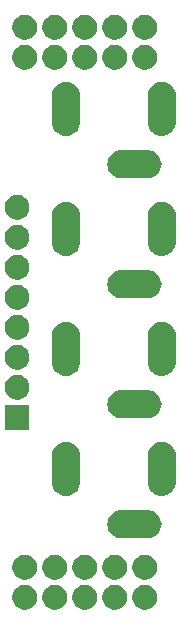
<source format=gbr>
G04 #@! TF.GenerationSoftware,KiCad,Pcbnew,(5.1.5)-3*
G04 #@! TF.CreationDate,2020-03-15T11:33:57-07:00*
G04 #@! TF.ProjectId,bbf-eurojacks_v1,6262662d-6575-4726-9f6a-61636b735f76,rev?*
G04 #@! TF.SameCoordinates,Original*
G04 #@! TF.FileFunction,Soldermask,Top*
G04 #@! TF.FilePolarity,Negative*
%FSLAX46Y46*%
G04 Gerber Fmt 4.6, Leading zero omitted, Abs format (unit mm)*
G04 Created by KiCad (PCBNEW (5.1.5)-3) date 2020-03-15 11:33:57*
%MOMM*%
%LPD*%
G04 APERTURE LIST*
%ADD10C,0.100000*%
G04 APERTURE END LIST*
D10*
G36*
X153884865Y-128127220D02*
G01*
X154074388Y-128205723D01*
X154244954Y-128319692D01*
X154390008Y-128464746D01*
X154503977Y-128635312D01*
X154582480Y-128824835D01*
X154622500Y-129026031D01*
X154622500Y-129231169D01*
X154582480Y-129432365D01*
X154503977Y-129621888D01*
X154390008Y-129792454D01*
X154244954Y-129937508D01*
X154074388Y-130051477D01*
X154074387Y-130051478D01*
X154074386Y-130051478D01*
X153884865Y-130129980D01*
X153683670Y-130170000D01*
X153478530Y-130170000D01*
X153277335Y-130129980D01*
X153087814Y-130051478D01*
X153087813Y-130051478D01*
X153087812Y-130051477D01*
X152917246Y-129937508D01*
X152772192Y-129792454D01*
X152658223Y-129621888D01*
X152579720Y-129432365D01*
X152539700Y-129231169D01*
X152539700Y-129026031D01*
X152579720Y-128824835D01*
X152658223Y-128635312D01*
X152772192Y-128464746D01*
X152917246Y-128319692D01*
X153087812Y-128205723D01*
X153277335Y-128127220D01*
X153478530Y-128087200D01*
X153683670Y-128087200D01*
X153884865Y-128127220D01*
G37*
G36*
X151344865Y-128127220D02*
G01*
X151534388Y-128205723D01*
X151704954Y-128319692D01*
X151850008Y-128464746D01*
X151963977Y-128635312D01*
X152042480Y-128824835D01*
X152082500Y-129026031D01*
X152082500Y-129231169D01*
X152042480Y-129432365D01*
X151963977Y-129621888D01*
X151850008Y-129792454D01*
X151704954Y-129937508D01*
X151534388Y-130051477D01*
X151534387Y-130051478D01*
X151534386Y-130051478D01*
X151344865Y-130129980D01*
X151143670Y-130170000D01*
X150938530Y-130170000D01*
X150737335Y-130129980D01*
X150547814Y-130051478D01*
X150547813Y-130051478D01*
X150547812Y-130051477D01*
X150377246Y-129937508D01*
X150232192Y-129792454D01*
X150118223Y-129621888D01*
X150039720Y-129432365D01*
X149999700Y-129231169D01*
X149999700Y-129026031D01*
X150039720Y-128824835D01*
X150118223Y-128635312D01*
X150232192Y-128464746D01*
X150377246Y-128319692D01*
X150547812Y-128205723D01*
X150737335Y-128127220D01*
X150938530Y-128087200D01*
X151143670Y-128087200D01*
X151344865Y-128127220D01*
G37*
G36*
X143724865Y-128127220D02*
G01*
X143914388Y-128205723D01*
X144084954Y-128319692D01*
X144230008Y-128464746D01*
X144343977Y-128635312D01*
X144422480Y-128824835D01*
X144462500Y-129026031D01*
X144462500Y-129231169D01*
X144422480Y-129432365D01*
X144343977Y-129621888D01*
X144230008Y-129792454D01*
X144084954Y-129937508D01*
X143914388Y-130051477D01*
X143914387Y-130051478D01*
X143914386Y-130051478D01*
X143724865Y-130129980D01*
X143523670Y-130170000D01*
X143318530Y-130170000D01*
X143117335Y-130129980D01*
X142927814Y-130051478D01*
X142927813Y-130051478D01*
X142927812Y-130051477D01*
X142757246Y-129937508D01*
X142612192Y-129792454D01*
X142498223Y-129621888D01*
X142419720Y-129432365D01*
X142379700Y-129231169D01*
X142379700Y-129026031D01*
X142419720Y-128824835D01*
X142498223Y-128635312D01*
X142612192Y-128464746D01*
X142757246Y-128319692D01*
X142927812Y-128205723D01*
X143117335Y-128127220D01*
X143318530Y-128087200D01*
X143523670Y-128087200D01*
X143724865Y-128127220D01*
G37*
G36*
X148804865Y-128127220D02*
G01*
X148994388Y-128205723D01*
X149164954Y-128319692D01*
X149310008Y-128464746D01*
X149423977Y-128635312D01*
X149502480Y-128824835D01*
X149542500Y-129026031D01*
X149542500Y-129231169D01*
X149502480Y-129432365D01*
X149423977Y-129621888D01*
X149310008Y-129792454D01*
X149164954Y-129937508D01*
X148994388Y-130051477D01*
X148994387Y-130051478D01*
X148994386Y-130051478D01*
X148804865Y-130129980D01*
X148603670Y-130170000D01*
X148398530Y-130170000D01*
X148197335Y-130129980D01*
X148007814Y-130051478D01*
X148007813Y-130051478D01*
X148007812Y-130051477D01*
X147837246Y-129937508D01*
X147692192Y-129792454D01*
X147578223Y-129621888D01*
X147499720Y-129432365D01*
X147459700Y-129231169D01*
X147459700Y-129026031D01*
X147499720Y-128824835D01*
X147578223Y-128635312D01*
X147692192Y-128464746D01*
X147837246Y-128319692D01*
X148007812Y-128205723D01*
X148197335Y-128127220D01*
X148398530Y-128087200D01*
X148603670Y-128087200D01*
X148804865Y-128127220D01*
G37*
G36*
X146264865Y-128127220D02*
G01*
X146454388Y-128205723D01*
X146624954Y-128319692D01*
X146770008Y-128464746D01*
X146883977Y-128635312D01*
X146962480Y-128824835D01*
X147002500Y-129026031D01*
X147002500Y-129231169D01*
X146962480Y-129432365D01*
X146883977Y-129621888D01*
X146770008Y-129792454D01*
X146624954Y-129937508D01*
X146454388Y-130051477D01*
X146454387Y-130051478D01*
X146454386Y-130051478D01*
X146264865Y-130129980D01*
X146063670Y-130170000D01*
X145858530Y-130170000D01*
X145657335Y-130129980D01*
X145467814Y-130051478D01*
X145467813Y-130051478D01*
X145467812Y-130051477D01*
X145297246Y-129937508D01*
X145152192Y-129792454D01*
X145038223Y-129621888D01*
X144959720Y-129432365D01*
X144919700Y-129231169D01*
X144919700Y-129026031D01*
X144959720Y-128824835D01*
X145038223Y-128635312D01*
X145152192Y-128464746D01*
X145297246Y-128319692D01*
X145467812Y-128205723D01*
X145657335Y-128127220D01*
X145858530Y-128087200D01*
X146063670Y-128087200D01*
X146264865Y-128127220D01*
G37*
G36*
X146264865Y-125587220D02*
G01*
X146454388Y-125665723D01*
X146624954Y-125779692D01*
X146770008Y-125924746D01*
X146883977Y-126095312D01*
X146962480Y-126284835D01*
X147002500Y-126486031D01*
X147002500Y-126691169D01*
X146962480Y-126892365D01*
X146883977Y-127081888D01*
X146770008Y-127252454D01*
X146624954Y-127397508D01*
X146454388Y-127511477D01*
X146454387Y-127511478D01*
X146454386Y-127511478D01*
X146264865Y-127589980D01*
X146063670Y-127630000D01*
X145858530Y-127630000D01*
X145657335Y-127589980D01*
X145467814Y-127511478D01*
X145467813Y-127511478D01*
X145467812Y-127511477D01*
X145297246Y-127397508D01*
X145152192Y-127252454D01*
X145038223Y-127081888D01*
X144959720Y-126892365D01*
X144919700Y-126691169D01*
X144919700Y-126486031D01*
X144959720Y-126284835D01*
X145038223Y-126095312D01*
X145152192Y-125924746D01*
X145297246Y-125779692D01*
X145467812Y-125665723D01*
X145657335Y-125587220D01*
X145858530Y-125547200D01*
X146063670Y-125547200D01*
X146264865Y-125587220D01*
G37*
G36*
X153884865Y-125587220D02*
G01*
X154074388Y-125665723D01*
X154244954Y-125779692D01*
X154390008Y-125924746D01*
X154503977Y-126095312D01*
X154582480Y-126284835D01*
X154622500Y-126486031D01*
X154622500Y-126691169D01*
X154582480Y-126892365D01*
X154503977Y-127081888D01*
X154390008Y-127252454D01*
X154244954Y-127397508D01*
X154074388Y-127511477D01*
X154074387Y-127511478D01*
X154074386Y-127511478D01*
X153884865Y-127589980D01*
X153683670Y-127630000D01*
X153478530Y-127630000D01*
X153277335Y-127589980D01*
X153087814Y-127511478D01*
X153087813Y-127511478D01*
X153087812Y-127511477D01*
X152917246Y-127397508D01*
X152772192Y-127252454D01*
X152658223Y-127081888D01*
X152579720Y-126892365D01*
X152539700Y-126691169D01*
X152539700Y-126486031D01*
X152579720Y-126284835D01*
X152658223Y-126095312D01*
X152772192Y-125924746D01*
X152917246Y-125779692D01*
X153087812Y-125665723D01*
X153277335Y-125587220D01*
X153478530Y-125547200D01*
X153683670Y-125547200D01*
X153884865Y-125587220D01*
G37*
G36*
X151344865Y-125587220D02*
G01*
X151534388Y-125665723D01*
X151704954Y-125779692D01*
X151850008Y-125924746D01*
X151963977Y-126095312D01*
X152042480Y-126284835D01*
X152082500Y-126486031D01*
X152082500Y-126691169D01*
X152042480Y-126892365D01*
X151963977Y-127081888D01*
X151850008Y-127252454D01*
X151704954Y-127397508D01*
X151534388Y-127511477D01*
X151534387Y-127511478D01*
X151534386Y-127511478D01*
X151344865Y-127589980D01*
X151143670Y-127630000D01*
X150938530Y-127630000D01*
X150737335Y-127589980D01*
X150547814Y-127511478D01*
X150547813Y-127511478D01*
X150547812Y-127511477D01*
X150377246Y-127397508D01*
X150232192Y-127252454D01*
X150118223Y-127081888D01*
X150039720Y-126892365D01*
X149999700Y-126691169D01*
X149999700Y-126486031D01*
X150039720Y-126284835D01*
X150118223Y-126095312D01*
X150232192Y-125924746D01*
X150377246Y-125779692D01*
X150547812Y-125665723D01*
X150737335Y-125587220D01*
X150938530Y-125547200D01*
X151143670Y-125547200D01*
X151344865Y-125587220D01*
G37*
G36*
X148804865Y-125587220D02*
G01*
X148994388Y-125665723D01*
X149164954Y-125779692D01*
X149310008Y-125924746D01*
X149423977Y-126095312D01*
X149502480Y-126284835D01*
X149542500Y-126486031D01*
X149542500Y-126691169D01*
X149502480Y-126892365D01*
X149423977Y-127081888D01*
X149310008Y-127252454D01*
X149164954Y-127397508D01*
X148994388Y-127511477D01*
X148994387Y-127511478D01*
X148994386Y-127511478D01*
X148804865Y-127589980D01*
X148603670Y-127630000D01*
X148398530Y-127630000D01*
X148197335Y-127589980D01*
X148007814Y-127511478D01*
X148007813Y-127511478D01*
X148007812Y-127511477D01*
X147837246Y-127397508D01*
X147692192Y-127252454D01*
X147578223Y-127081888D01*
X147499720Y-126892365D01*
X147459700Y-126691169D01*
X147459700Y-126486031D01*
X147499720Y-126284835D01*
X147578223Y-126095312D01*
X147692192Y-125924746D01*
X147837246Y-125779692D01*
X148007812Y-125665723D01*
X148197335Y-125587220D01*
X148398530Y-125547200D01*
X148603670Y-125547200D01*
X148804865Y-125587220D01*
G37*
G36*
X143724865Y-125587220D02*
G01*
X143914388Y-125665723D01*
X144084954Y-125779692D01*
X144230008Y-125924746D01*
X144343977Y-126095312D01*
X144422480Y-126284835D01*
X144462500Y-126486031D01*
X144462500Y-126691169D01*
X144422480Y-126892365D01*
X144343977Y-127081888D01*
X144230008Y-127252454D01*
X144084954Y-127397508D01*
X143914388Y-127511477D01*
X143914387Y-127511478D01*
X143914386Y-127511478D01*
X143724865Y-127589980D01*
X143523670Y-127630000D01*
X143318530Y-127630000D01*
X143117335Y-127589980D01*
X142927814Y-127511478D01*
X142927813Y-127511478D01*
X142927812Y-127511477D01*
X142757246Y-127397508D01*
X142612192Y-127252454D01*
X142498223Y-127081888D01*
X142419720Y-126892365D01*
X142379700Y-126691169D01*
X142379700Y-126486031D01*
X142419720Y-126284835D01*
X142498223Y-126095312D01*
X142612192Y-125924746D01*
X142757246Y-125779692D01*
X142927812Y-125665723D01*
X143117335Y-125587220D01*
X143318530Y-125547200D01*
X143523670Y-125547200D01*
X143724865Y-125587220D01*
G37*
G36*
X154042324Y-121777073D02*
G01*
X154154842Y-121811205D01*
X154267358Y-121845336D01*
X154267360Y-121845337D01*
X154474745Y-121956186D01*
X154656528Y-122105372D01*
X154805714Y-122287155D01*
X154916563Y-122494540D01*
X154984827Y-122719576D01*
X155007876Y-122953600D01*
X154984827Y-123187624D01*
X154916563Y-123412660D01*
X154805714Y-123620045D01*
X154656528Y-123801828D01*
X154474745Y-123951014D01*
X154267360Y-124061863D01*
X154267358Y-124061864D01*
X154154842Y-124095995D01*
X154042324Y-124130127D01*
X153866947Y-124147400D01*
X151565253Y-124147400D01*
X151389876Y-124130127D01*
X151277358Y-124095995D01*
X151164842Y-124061864D01*
X151164840Y-124061863D01*
X150957455Y-123951014D01*
X150775672Y-123801828D01*
X150626486Y-123620045D01*
X150515637Y-123412660D01*
X150447373Y-123187624D01*
X150424324Y-122953600D01*
X150447373Y-122719576D01*
X150515637Y-122494540D01*
X150626486Y-122287155D01*
X150775672Y-122105372D01*
X150957455Y-121956186D01*
X151164840Y-121845337D01*
X151164842Y-121845336D01*
X151277358Y-121811205D01*
X151389876Y-121777073D01*
X151565253Y-121759800D01*
X153866947Y-121759800D01*
X154042324Y-121777073D01*
G37*
G36*
X147150124Y-115984873D02*
G01*
X147262642Y-116019005D01*
X147375158Y-116053136D01*
X147375160Y-116053137D01*
X147582545Y-116163986D01*
X147764328Y-116313172D01*
X147913514Y-116494955D01*
X148024363Y-116702340D01*
X148092627Y-116927376D01*
X148109900Y-117102753D01*
X148109900Y-119404447D01*
X148092627Y-119579824D01*
X148024363Y-119804860D01*
X147913514Y-120012245D01*
X147764326Y-120194031D01*
X147582547Y-120343212D01*
X147375159Y-120454063D01*
X147375157Y-120454064D01*
X147262641Y-120488195D01*
X147150123Y-120522327D01*
X146916100Y-120545376D01*
X146682076Y-120522327D01*
X146569558Y-120488195D01*
X146457042Y-120454064D01*
X146457040Y-120454063D01*
X146249655Y-120343214D01*
X146067869Y-120194026D01*
X145918688Y-120012247D01*
X145807837Y-119804859D01*
X145739573Y-119579823D01*
X145722300Y-119404446D01*
X145722301Y-117102753D01*
X145739574Y-116927376D01*
X145807838Y-116702340D01*
X145918687Y-116494955D01*
X146067873Y-116313172D01*
X146249656Y-116163986D01*
X146457041Y-116053137D01*
X146457043Y-116053136D01*
X146569559Y-116019005D01*
X146682077Y-115984873D01*
X146916100Y-115961824D01*
X147150124Y-115984873D01*
G37*
G36*
X155250124Y-115984873D02*
G01*
X155362642Y-116019005D01*
X155475158Y-116053136D01*
X155475160Y-116053137D01*
X155682545Y-116163986D01*
X155864328Y-116313172D01*
X156013514Y-116494955D01*
X156124363Y-116702340D01*
X156192627Y-116927376D01*
X156209900Y-117102753D01*
X156209900Y-119404447D01*
X156192627Y-119579824D01*
X156124363Y-119804860D01*
X156013514Y-120012245D01*
X155864326Y-120194031D01*
X155682547Y-120343212D01*
X155475159Y-120454063D01*
X155475157Y-120454064D01*
X155362641Y-120488195D01*
X155250123Y-120522327D01*
X155016100Y-120545376D01*
X154782076Y-120522327D01*
X154669558Y-120488195D01*
X154557042Y-120454064D01*
X154557040Y-120454063D01*
X154349655Y-120343214D01*
X154167869Y-120194026D01*
X154018688Y-120012247D01*
X153907837Y-119804859D01*
X153839573Y-119579823D01*
X153822300Y-119404446D01*
X153822301Y-117102753D01*
X153839574Y-116927376D01*
X153907838Y-116702340D01*
X154018687Y-116494955D01*
X154167873Y-116313172D01*
X154349656Y-116163986D01*
X154557041Y-116053137D01*
X154557043Y-116053136D01*
X154669559Y-116019005D01*
X154782077Y-115984873D01*
X155016100Y-115961824D01*
X155250124Y-115984873D01*
G37*
G36*
X143827500Y-114930000D02*
G01*
X141744700Y-114930000D01*
X141744700Y-112847200D01*
X143827500Y-112847200D01*
X143827500Y-114930000D01*
G37*
G36*
X154042324Y-111617073D02*
G01*
X154154842Y-111651205D01*
X154267358Y-111685336D01*
X154267360Y-111685337D01*
X154474745Y-111796186D01*
X154474748Y-111796188D01*
X154474749Y-111796189D01*
X154530433Y-111841888D01*
X154656528Y-111945372D01*
X154805714Y-112127155D01*
X154916563Y-112334540D01*
X154984827Y-112559576D01*
X155007876Y-112793600D01*
X154984827Y-113027624D01*
X154916563Y-113252660D01*
X154805714Y-113460045D01*
X154656528Y-113641828D01*
X154474745Y-113791014D01*
X154267360Y-113901863D01*
X154267358Y-113901864D01*
X154154842Y-113935995D01*
X154042324Y-113970127D01*
X153866947Y-113987400D01*
X151565253Y-113987400D01*
X151389876Y-113970127D01*
X151277358Y-113935995D01*
X151164842Y-113901864D01*
X151164840Y-113901863D01*
X150957455Y-113791014D01*
X150775672Y-113641828D01*
X150626486Y-113460045D01*
X150515637Y-113252660D01*
X150447373Y-113027624D01*
X150424324Y-112793600D01*
X150447373Y-112559576D01*
X150515637Y-112334540D01*
X150626486Y-112127155D01*
X150775672Y-111945372D01*
X150901767Y-111841888D01*
X150957451Y-111796189D01*
X150957452Y-111796188D01*
X150957455Y-111796186D01*
X151164840Y-111685337D01*
X151164842Y-111685336D01*
X151277358Y-111651205D01*
X151389876Y-111617073D01*
X151565253Y-111599800D01*
X153866947Y-111599800D01*
X154042324Y-111617073D01*
G37*
G36*
X143089865Y-110347220D02*
G01*
X143279388Y-110425723D01*
X143449954Y-110539692D01*
X143595008Y-110684746D01*
X143595009Y-110684748D01*
X143708978Y-110855314D01*
X143787480Y-111044835D01*
X143827500Y-111246030D01*
X143827500Y-111451170D01*
X143787480Y-111652365D01*
X143727908Y-111796186D01*
X143708977Y-111841888D01*
X143595008Y-112012454D01*
X143449954Y-112157508D01*
X143279388Y-112271477D01*
X143279387Y-112271478D01*
X143279386Y-112271478D01*
X143089865Y-112349980D01*
X142888670Y-112390000D01*
X142683530Y-112390000D01*
X142482335Y-112349980D01*
X142292814Y-112271478D01*
X142292813Y-112271478D01*
X142292812Y-112271477D01*
X142122246Y-112157508D01*
X141977192Y-112012454D01*
X141863223Y-111841888D01*
X141844293Y-111796186D01*
X141784720Y-111652365D01*
X141744700Y-111451170D01*
X141744700Y-111246030D01*
X141784720Y-111044835D01*
X141863222Y-110855314D01*
X141977191Y-110684748D01*
X141977192Y-110684746D01*
X142122246Y-110539692D01*
X142292812Y-110425723D01*
X142482335Y-110347220D01*
X142683530Y-110307200D01*
X142888670Y-110307200D01*
X143089865Y-110347220D01*
G37*
G36*
X147150124Y-105824873D02*
G01*
X147262642Y-105859005D01*
X147375158Y-105893136D01*
X147375160Y-105893137D01*
X147582545Y-106003986D01*
X147764328Y-106153172D01*
X147913514Y-106334955D01*
X148024363Y-106542340D01*
X148092627Y-106767376D01*
X148109900Y-106942753D01*
X148109900Y-109244447D01*
X148092627Y-109419824D01*
X148024363Y-109644860D01*
X147913514Y-109852245D01*
X147764326Y-110034031D01*
X147582547Y-110183212D01*
X147375159Y-110294063D01*
X147375157Y-110294064D01*
X147262641Y-110328195D01*
X147150123Y-110362327D01*
X146916100Y-110385376D01*
X146682076Y-110362327D01*
X146569558Y-110328195D01*
X146457042Y-110294064D01*
X146457040Y-110294063D01*
X146249655Y-110183214D01*
X146067869Y-110034026D01*
X145918688Y-109852247D01*
X145807837Y-109644859D01*
X145739573Y-109419823D01*
X145722300Y-109244446D01*
X145722301Y-106942753D01*
X145739574Y-106767376D01*
X145807838Y-106542340D01*
X145918687Y-106334955D01*
X146067873Y-106153172D01*
X146249656Y-106003986D01*
X146457041Y-105893137D01*
X146457043Y-105893136D01*
X146569559Y-105859005D01*
X146682077Y-105824873D01*
X146916100Y-105801824D01*
X147150124Y-105824873D01*
G37*
G36*
X155250124Y-105824873D02*
G01*
X155362642Y-105859005D01*
X155475158Y-105893136D01*
X155475160Y-105893137D01*
X155682545Y-106003986D01*
X155864328Y-106153172D01*
X156013514Y-106334955D01*
X156124363Y-106542340D01*
X156192627Y-106767376D01*
X156209900Y-106942753D01*
X156209900Y-109244447D01*
X156192627Y-109419824D01*
X156124363Y-109644860D01*
X156013514Y-109852245D01*
X155864326Y-110034031D01*
X155682547Y-110183212D01*
X155475159Y-110294063D01*
X155475157Y-110294064D01*
X155362641Y-110328195D01*
X155250123Y-110362327D01*
X155016100Y-110385376D01*
X154782076Y-110362327D01*
X154669558Y-110328195D01*
X154557042Y-110294064D01*
X154557040Y-110294063D01*
X154349655Y-110183214D01*
X154167869Y-110034026D01*
X154018688Y-109852247D01*
X153907837Y-109644859D01*
X153839573Y-109419823D01*
X153822300Y-109244446D01*
X153822301Y-106942753D01*
X153839574Y-106767376D01*
X153907838Y-106542340D01*
X154018687Y-106334955D01*
X154167873Y-106153172D01*
X154349656Y-106003986D01*
X154557041Y-105893137D01*
X154557043Y-105893136D01*
X154669559Y-105859005D01*
X154782077Y-105824873D01*
X155016100Y-105801824D01*
X155250124Y-105824873D01*
G37*
G36*
X143089865Y-107807220D02*
G01*
X143279388Y-107885723D01*
X143449954Y-107999692D01*
X143595008Y-108144746D01*
X143595009Y-108144748D01*
X143708978Y-108315314D01*
X143787480Y-108504835D01*
X143827500Y-108706030D01*
X143827500Y-108911170D01*
X143787480Y-109112365D01*
X143732772Y-109244443D01*
X143708977Y-109301888D01*
X143595008Y-109472454D01*
X143449954Y-109617508D01*
X143279388Y-109731477D01*
X143279387Y-109731478D01*
X143279386Y-109731478D01*
X143089865Y-109809980D01*
X142888670Y-109850000D01*
X142683530Y-109850000D01*
X142482335Y-109809980D01*
X142292814Y-109731478D01*
X142292813Y-109731478D01*
X142292812Y-109731477D01*
X142122246Y-109617508D01*
X141977192Y-109472454D01*
X141863223Y-109301888D01*
X141839429Y-109244443D01*
X141784720Y-109112365D01*
X141744700Y-108911170D01*
X141744700Y-108706030D01*
X141784720Y-108504835D01*
X141863222Y-108315314D01*
X141977191Y-108144748D01*
X141977192Y-108144746D01*
X142122246Y-107999692D01*
X142292812Y-107885723D01*
X142482335Y-107807220D01*
X142683530Y-107767200D01*
X142888670Y-107767200D01*
X143089865Y-107807220D01*
G37*
G36*
X143089865Y-105267220D02*
G01*
X143279388Y-105345723D01*
X143449954Y-105459692D01*
X143595008Y-105604746D01*
X143708977Y-105775312D01*
X143787480Y-105964835D01*
X143827500Y-106166031D01*
X143827500Y-106371169D01*
X143787480Y-106572365D01*
X143708977Y-106761888D01*
X143595008Y-106932454D01*
X143449954Y-107077508D01*
X143279388Y-107191477D01*
X143279387Y-107191478D01*
X143279386Y-107191478D01*
X143089865Y-107269980D01*
X142888670Y-107310000D01*
X142683530Y-107310000D01*
X142482335Y-107269980D01*
X142292814Y-107191478D01*
X142292813Y-107191478D01*
X142292812Y-107191477D01*
X142122246Y-107077508D01*
X141977192Y-106932454D01*
X141863223Y-106761888D01*
X141784720Y-106572365D01*
X141744700Y-106371169D01*
X141744700Y-106166031D01*
X141784720Y-105964835D01*
X141863223Y-105775312D01*
X141977192Y-105604746D01*
X142122246Y-105459692D01*
X142292812Y-105345723D01*
X142482335Y-105267220D01*
X142683530Y-105227200D01*
X142888670Y-105227200D01*
X143089865Y-105267220D01*
G37*
G36*
X143089865Y-102727220D02*
G01*
X143279388Y-102805723D01*
X143449954Y-102919692D01*
X143595008Y-103064746D01*
X143708977Y-103235312D01*
X143787480Y-103424835D01*
X143827500Y-103626031D01*
X143827500Y-103831169D01*
X143787480Y-104032365D01*
X143708977Y-104221888D01*
X143595008Y-104392454D01*
X143449954Y-104537508D01*
X143279388Y-104651477D01*
X143279387Y-104651478D01*
X143279386Y-104651478D01*
X143089865Y-104729980D01*
X142888670Y-104770000D01*
X142683530Y-104770000D01*
X142482335Y-104729980D01*
X142292814Y-104651478D01*
X142292813Y-104651478D01*
X142292812Y-104651477D01*
X142122246Y-104537508D01*
X141977192Y-104392454D01*
X141863223Y-104221888D01*
X141784720Y-104032365D01*
X141744700Y-103831169D01*
X141744700Y-103626031D01*
X141784720Y-103424835D01*
X141863223Y-103235312D01*
X141977192Y-103064746D01*
X142122246Y-102919692D01*
X142292812Y-102805723D01*
X142482335Y-102727220D01*
X142683530Y-102687200D01*
X142888670Y-102687200D01*
X143089865Y-102727220D01*
G37*
G36*
X154042324Y-101457073D02*
G01*
X154154842Y-101491205D01*
X154267358Y-101525336D01*
X154267360Y-101525337D01*
X154474745Y-101636186D01*
X154474748Y-101636188D01*
X154474749Y-101636189D01*
X154530433Y-101681888D01*
X154656528Y-101785372D01*
X154805714Y-101967155D01*
X154916563Y-102174540D01*
X154984827Y-102399576D01*
X155007876Y-102633600D01*
X154984827Y-102867624D01*
X154916563Y-103092660D01*
X154805714Y-103300045D01*
X154656528Y-103481828D01*
X154474745Y-103631014D01*
X154267360Y-103741863D01*
X154267358Y-103741864D01*
X154154842Y-103775995D01*
X154042324Y-103810127D01*
X153866947Y-103827400D01*
X151565253Y-103827400D01*
X151389876Y-103810127D01*
X151277358Y-103775995D01*
X151164842Y-103741864D01*
X151164840Y-103741863D01*
X150957455Y-103631014D01*
X150775672Y-103481828D01*
X150626486Y-103300045D01*
X150515637Y-103092660D01*
X150447373Y-102867624D01*
X150424324Y-102633600D01*
X150447373Y-102399576D01*
X150515637Y-102174540D01*
X150626486Y-101967155D01*
X150775672Y-101785372D01*
X150901767Y-101681888D01*
X150957451Y-101636189D01*
X150957452Y-101636188D01*
X150957455Y-101636186D01*
X151164840Y-101525337D01*
X151164842Y-101525336D01*
X151277358Y-101491205D01*
X151389876Y-101457073D01*
X151565253Y-101439800D01*
X153866947Y-101439800D01*
X154042324Y-101457073D01*
G37*
G36*
X143089865Y-100187220D02*
G01*
X143279388Y-100265723D01*
X143449954Y-100379692D01*
X143595008Y-100524746D01*
X143595009Y-100524748D01*
X143708978Y-100695314D01*
X143787480Y-100884835D01*
X143827500Y-101086030D01*
X143827500Y-101291170D01*
X143787480Y-101492365D01*
X143727908Y-101636186D01*
X143708977Y-101681888D01*
X143595008Y-101852454D01*
X143449954Y-101997508D01*
X143279388Y-102111477D01*
X143279387Y-102111478D01*
X143279386Y-102111478D01*
X143089865Y-102189980D01*
X142888670Y-102230000D01*
X142683530Y-102230000D01*
X142482335Y-102189980D01*
X142292814Y-102111478D01*
X142292813Y-102111478D01*
X142292812Y-102111477D01*
X142122246Y-101997508D01*
X141977192Y-101852454D01*
X141863223Y-101681888D01*
X141844293Y-101636186D01*
X141784720Y-101492365D01*
X141744700Y-101291170D01*
X141744700Y-101086030D01*
X141784720Y-100884835D01*
X141863222Y-100695314D01*
X141977191Y-100524748D01*
X141977192Y-100524746D01*
X142122246Y-100379692D01*
X142292812Y-100265723D01*
X142482335Y-100187220D01*
X142683530Y-100147200D01*
X142888670Y-100147200D01*
X143089865Y-100187220D01*
G37*
G36*
X147150124Y-95664873D02*
G01*
X147262642Y-95699005D01*
X147375158Y-95733136D01*
X147375160Y-95733137D01*
X147582545Y-95843986D01*
X147764328Y-95993172D01*
X147913514Y-96174955D01*
X148024363Y-96382340D01*
X148092627Y-96607376D01*
X148109900Y-96782753D01*
X148109900Y-99084447D01*
X148092627Y-99259824D01*
X148024363Y-99484860D01*
X147913514Y-99692245D01*
X147764326Y-99874031D01*
X147582547Y-100023212D01*
X147375159Y-100134063D01*
X147375157Y-100134064D01*
X147262641Y-100168195D01*
X147150123Y-100202327D01*
X146916100Y-100225376D01*
X146682076Y-100202327D01*
X146569558Y-100168195D01*
X146457042Y-100134064D01*
X146457040Y-100134063D01*
X146249655Y-100023214D01*
X146067869Y-99874026D01*
X145918688Y-99692247D01*
X145807837Y-99484859D01*
X145739573Y-99259823D01*
X145722300Y-99084446D01*
X145722301Y-96782753D01*
X145739574Y-96607376D01*
X145807838Y-96382340D01*
X145918687Y-96174955D01*
X146067873Y-95993172D01*
X146249656Y-95843986D01*
X146457041Y-95733137D01*
X146457043Y-95733136D01*
X146569559Y-95699005D01*
X146682077Y-95664873D01*
X146916100Y-95641824D01*
X147150124Y-95664873D01*
G37*
G36*
X155250124Y-95664873D02*
G01*
X155362642Y-95699005D01*
X155475158Y-95733136D01*
X155475160Y-95733137D01*
X155682545Y-95843986D01*
X155864328Y-95993172D01*
X156013514Y-96174955D01*
X156124363Y-96382340D01*
X156192627Y-96607376D01*
X156209900Y-96782753D01*
X156209900Y-99084447D01*
X156192627Y-99259824D01*
X156124363Y-99484860D01*
X156013514Y-99692245D01*
X155864326Y-99874031D01*
X155682547Y-100023212D01*
X155475159Y-100134063D01*
X155475157Y-100134064D01*
X155362641Y-100168195D01*
X155250123Y-100202327D01*
X155016100Y-100225376D01*
X154782076Y-100202327D01*
X154669558Y-100168195D01*
X154557042Y-100134064D01*
X154557040Y-100134063D01*
X154349655Y-100023214D01*
X154167869Y-99874026D01*
X154018688Y-99692247D01*
X153907837Y-99484859D01*
X153839573Y-99259823D01*
X153822300Y-99084446D01*
X153822301Y-96782753D01*
X153839574Y-96607376D01*
X153907838Y-96382340D01*
X154018687Y-96174955D01*
X154167873Y-95993172D01*
X154349656Y-95843986D01*
X154557041Y-95733137D01*
X154557043Y-95733136D01*
X154669559Y-95699005D01*
X154782077Y-95664873D01*
X155016100Y-95641824D01*
X155250124Y-95664873D01*
G37*
G36*
X143089865Y-97647220D02*
G01*
X143279388Y-97725723D01*
X143449954Y-97839692D01*
X143595008Y-97984746D01*
X143595009Y-97984748D01*
X143708978Y-98155314D01*
X143787480Y-98344835D01*
X143827500Y-98546030D01*
X143827500Y-98751170D01*
X143787480Y-98952365D01*
X143732772Y-99084443D01*
X143708977Y-99141888D01*
X143595008Y-99312454D01*
X143449954Y-99457508D01*
X143279388Y-99571477D01*
X143279387Y-99571478D01*
X143279386Y-99571478D01*
X143089865Y-99649980D01*
X142888670Y-99690000D01*
X142683530Y-99690000D01*
X142482335Y-99649980D01*
X142292814Y-99571478D01*
X142292813Y-99571478D01*
X142292812Y-99571477D01*
X142122246Y-99457508D01*
X141977192Y-99312454D01*
X141863223Y-99141888D01*
X141839429Y-99084443D01*
X141784720Y-98952365D01*
X141744700Y-98751170D01*
X141744700Y-98546030D01*
X141784720Y-98344835D01*
X141863222Y-98155314D01*
X141977191Y-97984748D01*
X141977192Y-97984746D01*
X142122246Y-97839692D01*
X142292812Y-97725723D01*
X142482335Y-97647220D01*
X142683530Y-97607200D01*
X142888670Y-97607200D01*
X143089865Y-97647220D01*
G37*
G36*
X143089865Y-95107220D02*
G01*
X143279388Y-95185723D01*
X143449954Y-95299692D01*
X143595008Y-95444746D01*
X143708977Y-95615312D01*
X143787480Y-95804835D01*
X143827500Y-96006031D01*
X143827500Y-96211169D01*
X143787480Y-96412365D01*
X143708977Y-96601888D01*
X143595008Y-96772454D01*
X143449954Y-96917508D01*
X143279388Y-97031477D01*
X143279387Y-97031478D01*
X143279386Y-97031478D01*
X143089865Y-97109980D01*
X142888670Y-97150000D01*
X142683530Y-97150000D01*
X142482335Y-97109980D01*
X142292814Y-97031478D01*
X142292813Y-97031478D01*
X142292812Y-97031477D01*
X142122246Y-96917508D01*
X141977192Y-96772454D01*
X141863223Y-96601888D01*
X141784720Y-96412365D01*
X141744700Y-96211169D01*
X141744700Y-96006031D01*
X141784720Y-95804835D01*
X141863223Y-95615312D01*
X141977192Y-95444746D01*
X142122246Y-95299692D01*
X142292812Y-95185723D01*
X142482335Y-95107220D01*
X142683530Y-95067200D01*
X142888670Y-95067200D01*
X143089865Y-95107220D01*
G37*
G36*
X154042324Y-91297073D02*
G01*
X154154842Y-91331205D01*
X154267358Y-91365336D01*
X154267360Y-91365337D01*
X154474745Y-91476186D01*
X154656528Y-91625372D01*
X154805714Y-91807155D01*
X154916563Y-92014540D01*
X154984827Y-92239576D01*
X155007876Y-92473600D01*
X154984827Y-92707624D01*
X154916563Y-92932660D01*
X154805714Y-93140045D01*
X154656528Y-93321828D01*
X154474745Y-93471014D01*
X154267360Y-93581863D01*
X154267358Y-93581864D01*
X154154842Y-93615995D01*
X154042324Y-93650127D01*
X153866947Y-93667400D01*
X151565253Y-93667400D01*
X151389876Y-93650127D01*
X151277358Y-93615995D01*
X151164842Y-93581864D01*
X151164840Y-93581863D01*
X150957455Y-93471014D01*
X150775672Y-93321828D01*
X150626486Y-93140045D01*
X150515637Y-92932660D01*
X150447373Y-92707624D01*
X150424324Y-92473600D01*
X150447373Y-92239576D01*
X150515637Y-92014540D01*
X150626486Y-91807155D01*
X150775672Y-91625372D01*
X150957455Y-91476186D01*
X151164840Y-91365337D01*
X151164842Y-91365336D01*
X151277358Y-91331205D01*
X151389876Y-91297073D01*
X151565253Y-91279800D01*
X153866947Y-91279800D01*
X154042324Y-91297073D01*
G37*
G36*
X147150124Y-85504873D02*
G01*
X147262642Y-85539005D01*
X147375158Y-85573136D01*
X147375160Y-85573137D01*
X147582545Y-85683986D01*
X147764328Y-85833172D01*
X147913514Y-86014955D01*
X148024363Y-86222340D01*
X148092627Y-86447376D01*
X148109900Y-86622753D01*
X148109900Y-88924447D01*
X148092627Y-89099824D01*
X148024363Y-89324860D01*
X147913514Y-89532245D01*
X147764326Y-89714031D01*
X147582547Y-89863212D01*
X147375159Y-89974063D01*
X147375157Y-89974064D01*
X147262641Y-90008195D01*
X147150123Y-90042327D01*
X146916100Y-90065376D01*
X146682076Y-90042327D01*
X146569558Y-90008195D01*
X146457042Y-89974064D01*
X146457040Y-89974063D01*
X146249655Y-89863214D01*
X146067869Y-89714026D01*
X145918688Y-89532247D01*
X145807837Y-89324859D01*
X145739573Y-89099823D01*
X145722300Y-88924446D01*
X145722301Y-86622753D01*
X145739574Y-86447376D01*
X145807838Y-86222340D01*
X145918687Y-86014955D01*
X146067873Y-85833172D01*
X146249656Y-85683986D01*
X146457041Y-85573137D01*
X146457043Y-85573136D01*
X146569559Y-85539005D01*
X146682077Y-85504873D01*
X146916100Y-85481824D01*
X147150124Y-85504873D01*
G37*
G36*
X155250124Y-85504873D02*
G01*
X155362642Y-85539005D01*
X155475158Y-85573136D01*
X155475160Y-85573137D01*
X155682545Y-85683986D01*
X155864328Y-85833172D01*
X156013514Y-86014955D01*
X156124363Y-86222340D01*
X156192627Y-86447376D01*
X156209900Y-86622753D01*
X156209900Y-88924447D01*
X156192627Y-89099824D01*
X156124363Y-89324860D01*
X156013514Y-89532245D01*
X155864326Y-89714031D01*
X155682547Y-89863212D01*
X155475159Y-89974063D01*
X155475157Y-89974064D01*
X155362641Y-90008195D01*
X155250123Y-90042327D01*
X155016100Y-90065376D01*
X154782076Y-90042327D01*
X154669558Y-90008195D01*
X154557042Y-89974064D01*
X154557040Y-89974063D01*
X154349655Y-89863214D01*
X154167869Y-89714026D01*
X154018688Y-89532247D01*
X153907837Y-89324859D01*
X153839573Y-89099823D01*
X153822300Y-88924446D01*
X153822301Y-86622753D01*
X153839574Y-86447376D01*
X153907838Y-86222340D01*
X154018687Y-86014955D01*
X154167873Y-85833172D01*
X154349656Y-85683986D01*
X154557041Y-85573137D01*
X154557043Y-85573136D01*
X154669559Y-85539005D01*
X154782077Y-85504873D01*
X155016100Y-85481824D01*
X155250124Y-85504873D01*
G37*
G36*
X153884865Y-82407220D02*
G01*
X154074388Y-82485723D01*
X154244954Y-82599692D01*
X154390008Y-82744746D01*
X154503977Y-82915312D01*
X154582480Y-83104835D01*
X154622500Y-83306031D01*
X154622500Y-83511169D01*
X154582480Y-83712365D01*
X154503977Y-83901888D01*
X154390008Y-84072454D01*
X154244954Y-84217508D01*
X154074388Y-84331477D01*
X154074387Y-84331478D01*
X154074386Y-84331478D01*
X153884865Y-84409980D01*
X153683670Y-84450000D01*
X153478530Y-84450000D01*
X153277335Y-84409980D01*
X153087814Y-84331478D01*
X153087813Y-84331478D01*
X153087812Y-84331477D01*
X152917246Y-84217508D01*
X152772192Y-84072454D01*
X152658223Y-83901888D01*
X152579720Y-83712365D01*
X152539700Y-83511169D01*
X152539700Y-83306031D01*
X152579720Y-83104835D01*
X152658223Y-82915312D01*
X152772192Y-82744746D01*
X152917246Y-82599692D01*
X153087812Y-82485723D01*
X153277335Y-82407220D01*
X153478530Y-82367200D01*
X153683670Y-82367200D01*
X153884865Y-82407220D01*
G37*
G36*
X143724865Y-82407220D02*
G01*
X143914388Y-82485723D01*
X144084954Y-82599692D01*
X144230008Y-82744746D01*
X144343977Y-82915312D01*
X144422480Y-83104835D01*
X144462500Y-83306031D01*
X144462500Y-83511169D01*
X144422480Y-83712365D01*
X144343977Y-83901888D01*
X144230008Y-84072454D01*
X144084954Y-84217508D01*
X143914388Y-84331477D01*
X143914387Y-84331478D01*
X143914386Y-84331478D01*
X143724865Y-84409980D01*
X143523670Y-84450000D01*
X143318530Y-84450000D01*
X143117335Y-84409980D01*
X142927814Y-84331478D01*
X142927813Y-84331478D01*
X142927812Y-84331477D01*
X142757246Y-84217508D01*
X142612192Y-84072454D01*
X142498223Y-83901888D01*
X142419720Y-83712365D01*
X142379700Y-83511169D01*
X142379700Y-83306031D01*
X142419720Y-83104835D01*
X142498223Y-82915312D01*
X142612192Y-82744746D01*
X142757246Y-82599692D01*
X142927812Y-82485723D01*
X143117335Y-82407220D01*
X143318530Y-82367200D01*
X143523670Y-82367200D01*
X143724865Y-82407220D01*
G37*
G36*
X146264865Y-82407220D02*
G01*
X146454388Y-82485723D01*
X146624954Y-82599692D01*
X146770008Y-82744746D01*
X146883977Y-82915312D01*
X146962480Y-83104835D01*
X147002500Y-83306031D01*
X147002500Y-83511169D01*
X146962480Y-83712365D01*
X146883977Y-83901888D01*
X146770008Y-84072454D01*
X146624954Y-84217508D01*
X146454388Y-84331477D01*
X146454387Y-84331478D01*
X146454386Y-84331478D01*
X146264865Y-84409980D01*
X146063670Y-84450000D01*
X145858530Y-84450000D01*
X145657335Y-84409980D01*
X145467814Y-84331478D01*
X145467813Y-84331478D01*
X145467812Y-84331477D01*
X145297246Y-84217508D01*
X145152192Y-84072454D01*
X145038223Y-83901888D01*
X144959720Y-83712365D01*
X144919700Y-83511169D01*
X144919700Y-83306031D01*
X144959720Y-83104835D01*
X145038223Y-82915312D01*
X145152192Y-82744746D01*
X145297246Y-82599692D01*
X145467812Y-82485723D01*
X145657335Y-82407220D01*
X145858530Y-82367200D01*
X146063670Y-82367200D01*
X146264865Y-82407220D01*
G37*
G36*
X148804865Y-82407220D02*
G01*
X148994388Y-82485723D01*
X149164954Y-82599692D01*
X149310008Y-82744746D01*
X149423977Y-82915312D01*
X149502480Y-83104835D01*
X149542500Y-83306031D01*
X149542500Y-83511169D01*
X149502480Y-83712365D01*
X149423977Y-83901888D01*
X149310008Y-84072454D01*
X149164954Y-84217508D01*
X148994388Y-84331477D01*
X148994387Y-84331478D01*
X148994386Y-84331478D01*
X148804865Y-84409980D01*
X148603670Y-84450000D01*
X148398530Y-84450000D01*
X148197335Y-84409980D01*
X148007814Y-84331478D01*
X148007813Y-84331478D01*
X148007812Y-84331477D01*
X147837246Y-84217508D01*
X147692192Y-84072454D01*
X147578223Y-83901888D01*
X147499720Y-83712365D01*
X147459700Y-83511169D01*
X147459700Y-83306031D01*
X147499720Y-83104835D01*
X147578223Y-82915312D01*
X147692192Y-82744746D01*
X147837246Y-82599692D01*
X148007812Y-82485723D01*
X148197335Y-82407220D01*
X148398530Y-82367200D01*
X148603670Y-82367200D01*
X148804865Y-82407220D01*
G37*
G36*
X151344865Y-82407220D02*
G01*
X151534388Y-82485723D01*
X151704954Y-82599692D01*
X151850008Y-82744746D01*
X151963977Y-82915312D01*
X152042480Y-83104835D01*
X152082500Y-83306031D01*
X152082500Y-83511169D01*
X152042480Y-83712365D01*
X151963977Y-83901888D01*
X151850008Y-84072454D01*
X151704954Y-84217508D01*
X151534388Y-84331477D01*
X151534387Y-84331478D01*
X151534386Y-84331478D01*
X151344865Y-84409980D01*
X151143670Y-84450000D01*
X150938530Y-84450000D01*
X150737335Y-84409980D01*
X150547814Y-84331478D01*
X150547813Y-84331478D01*
X150547812Y-84331477D01*
X150377246Y-84217508D01*
X150232192Y-84072454D01*
X150118223Y-83901888D01*
X150039720Y-83712365D01*
X149999700Y-83511169D01*
X149999700Y-83306031D01*
X150039720Y-83104835D01*
X150118223Y-82915312D01*
X150232192Y-82744746D01*
X150377246Y-82599692D01*
X150547812Y-82485723D01*
X150737335Y-82407220D01*
X150938530Y-82367200D01*
X151143670Y-82367200D01*
X151344865Y-82407220D01*
G37*
G36*
X146264865Y-79867220D02*
G01*
X146454388Y-79945723D01*
X146624954Y-80059692D01*
X146770008Y-80204746D01*
X146883977Y-80375312D01*
X146962480Y-80564835D01*
X147002500Y-80766031D01*
X147002500Y-80971169D01*
X146962480Y-81172365D01*
X146883977Y-81361888D01*
X146770008Y-81532454D01*
X146624954Y-81677508D01*
X146454388Y-81791477D01*
X146454387Y-81791478D01*
X146454386Y-81791478D01*
X146264865Y-81869980D01*
X146063670Y-81910000D01*
X145858530Y-81910000D01*
X145657335Y-81869980D01*
X145467814Y-81791478D01*
X145467813Y-81791478D01*
X145467812Y-81791477D01*
X145297246Y-81677508D01*
X145152192Y-81532454D01*
X145038223Y-81361888D01*
X144959720Y-81172365D01*
X144919700Y-80971169D01*
X144919700Y-80766031D01*
X144959720Y-80564835D01*
X145038223Y-80375312D01*
X145152192Y-80204746D01*
X145297246Y-80059692D01*
X145467812Y-79945723D01*
X145657335Y-79867220D01*
X145858530Y-79827200D01*
X146063670Y-79827200D01*
X146264865Y-79867220D01*
G37*
G36*
X148804865Y-79867220D02*
G01*
X148994388Y-79945723D01*
X149164954Y-80059692D01*
X149310008Y-80204746D01*
X149423977Y-80375312D01*
X149502480Y-80564835D01*
X149542500Y-80766031D01*
X149542500Y-80971169D01*
X149502480Y-81172365D01*
X149423977Y-81361888D01*
X149310008Y-81532454D01*
X149164954Y-81677508D01*
X148994388Y-81791477D01*
X148994387Y-81791478D01*
X148994386Y-81791478D01*
X148804865Y-81869980D01*
X148603670Y-81910000D01*
X148398530Y-81910000D01*
X148197335Y-81869980D01*
X148007814Y-81791478D01*
X148007813Y-81791478D01*
X148007812Y-81791477D01*
X147837246Y-81677508D01*
X147692192Y-81532454D01*
X147578223Y-81361888D01*
X147499720Y-81172365D01*
X147459700Y-80971169D01*
X147459700Y-80766031D01*
X147499720Y-80564835D01*
X147578223Y-80375312D01*
X147692192Y-80204746D01*
X147837246Y-80059692D01*
X148007812Y-79945723D01*
X148197335Y-79867220D01*
X148398530Y-79827200D01*
X148603670Y-79827200D01*
X148804865Y-79867220D01*
G37*
G36*
X151344865Y-79867220D02*
G01*
X151534388Y-79945723D01*
X151704954Y-80059692D01*
X151850008Y-80204746D01*
X151963977Y-80375312D01*
X152042480Y-80564835D01*
X152082500Y-80766031D01*
X152082500Y-80971169D01*
X152042480Y-81172365D01*
X151963977Y-81361888D01*
X151850008Y-81532454D01*
X151704954Y-81677508D01*
X151534388Y-81791477D01*
X151534387Y-81791478D01*
X151534386Y-81791478D01*
X151344865Y-81869980D01*
X151143670Y-81910000D01*
X150938530Y-81910000D01*
X150737335Y-81869980D01*
X150547814Y-81791478D01*
X150547813Y-81791478D01*
X150547812Y-81791477D01*
X150377246Y-81677508D01*
X150232192Y-81532454D01*
X150118223Y-81361888D01*
X150039720Y-81172365D01*
X149999700Y-80971169D01*
X149999700Y-80766031D01*
X150039720Y-80564835D01*
X150118223Y-80375312D01*
X150232192Y-80204746D01*
X150377246Y-80059692D01*
X150547812Y-79945723D01*
X150737335Y-79867220D01*
X150938530Y-79827200D01*
X151143670Y-79827200D01*
X151344865Y-79867220D01*
G37*
G36*
X153884865Y-79867220D02*
G01*
X154074388Y-79945723D01*
X154244954Y-80059692D01*
X154390008Y-80204746D01*
X154503977Y-80375312D01*
X154582480Y-80564835D01*
X154622500Y-80766031D01*
X154622500Y-80971169D01*
X154582480Y-81172365D01*
X154503977Y-81361888D01*
X154390008Y-81532454D01*
X154244954Y-81677508D01*
X154074388Y-81791477D01*
X154074387Y-81791478D01*
X154074386Y-81791478D01*
X153884865Y-81869980D01*
X153683670Y-81910000D01*
X153478530Y-81910000D01*
X153277335Y-81869980D01*
X153087814Y-81791478D01*
X153087813Y-81791478D01*
X153087812Y-81791477D01*
X152917246Y-81677508D01*
X152772192Y-81532454D01*
X152658223Y-81361888D01*
X152579720Y-81172365D01*
X152539700Y-80971169D01*
X152539700Y-80766031D01*
X152579720Y-80564835D01*
X152658223Y-80375312D01*
X152772192Y-80204746D01*
X152917246Y-80059692D01*
X153087812Y-79945723D01*
X153277335Y-79867220D01*
X153478530Y-79827200D01*
X153683670Y-79827200D01*
X153884865Y-79867220D01*
G37*
G36*
X143724865Y-79867220D02*
G01*
X143914388Y-79945723D01*
X144084954Y-80059692D01*
X144230008Y-80204746D01*
X144343977Y-80375312D01*
X144422480Y-80564835D01*
X144462500Y-80766031D01*
X144462500Y-80971169D01*
X144422480Y-81172365D01*
X144343977Y-81361888D01*
X144230008Y-81532454D01*
X144084954Y-81677508D01*
X143914388Y-81791477D01*
X143914387Y-81791478D01*
X143914386Y-81791478D01*
X143724865Y-81869980D01*
X143523670Y-81910000D01*
X143318530Y-81910000D01*
X143117335Y-81869980D01*
X142927814Y-81791478D01*
X142927813Y-81791478D01*
X142927812Y-81791477D01*
X142757246Y-81677508D01*
X142612192Y-81532454D01*
X142498223Y-81361888D01*
X142419720Y-81172365D01*
X142379700Y-80971169D01*
X142379700Y-80766031D01*
X142419720Y-80564835D01*
X142498223Y-80375312D01*
X142612192Y-80204746D01*
X142757246Y-80059692D01*
X142927812Y-79945723D01*
X143117335Y-79867220D01*
X143318530Y-79827200D01*
X143523670Y-79827200D01*
X143724865Y-79867220D01*
G37*
M02*

</source>
